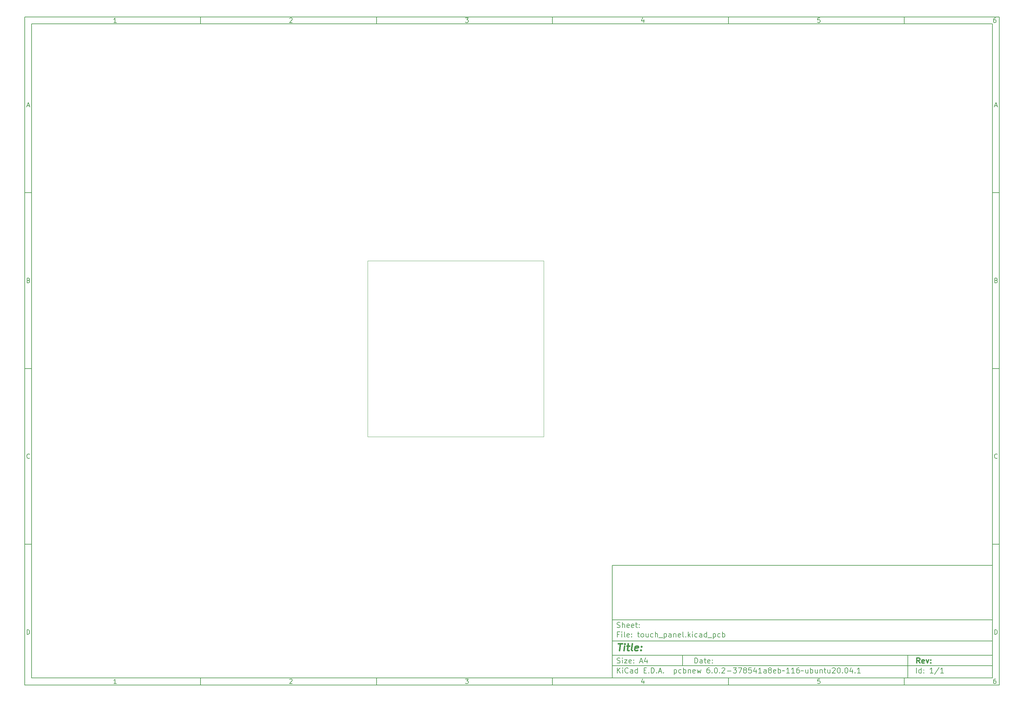
<source format=gbr>
%TF.GenerationSoftware,KiCad,Pcbnew,6.0.2-378541a8eb~116~ubuntu20.04.1*%
%TF.CreationDate,2022-03-13T21:59:15+03:30*%
%TF.ProjectId,touch_panel,746f7563-685f-4706-916e-656c2e6b6963,rev?*%
%TF.SameCoordinates,Original*%
%TF.FileFunction,Profile,NP*%
%FSLAX46Y46*%
G04 Gerber Fmt 4.6, Leading zero omitted, Abs format (unit mm)*
G04 Created by KiCad (PCBNEW 6.0.2-378541a8eb~116~ubuntu20.04.1) date 2022-03-13 21:59:15*
%MOMM*%
%LPD*%
G01*
G04 APERTURE LIST*
%ADD10C,0.100000*%
%ADD11C,0.150000*%
%ADD12C,0.300000*%
%ADD13C,0.400000*%
%TA.AperFunction,Profile*%
%ADD14C,0.100000*%
%TD*%
G04 APERTURE END LIST*
D10*
D11*
X177002200Y-166007200D02*
X177002200Y-198007200D01*
X285002200Y-198007200D01*
X285002200Y-166007200D01*
X177002200Y-166007200D01*
D10*
D11*
X10000000Y-10000000D02*
X10000000Y-200007200D01*
X287002200Y-200007200D01*
X287002200Y-10000000D01*
X10000000Y-10000000D01*
D10*
D11*
X12000000Y-12000000D02*
X12000000Y-198007200D01*
X285002200Y-198007200D01*
X285002200Y-12000000D01*
X12000000Y-12000000D01*
D10*
D11*
X60000000Y-12000000D02*
X60000000Y-10000000D01*
D10*
D11*
X110000000Y-12000000D02*
X110000000Y-10000000D01*
D10*
D11*
X160000000Y-12000000D02*
X160000000Y-10000000D01*
D10*
D11*
X210000000Y-12000000D02*
X210000000Y-10000000D01*
D10*
D11*
X260000000Y-12000000D02*
X260000000Y-10000000D01*
D10*
D11*
X36065476Y-11588095D02*
X35322619Y-11588095D01*
X35694047Y-11588095D02*
X35694047Y-10288095D01*
X35570238Y-10473809D01*
X35446428Y-10597619D01*
X35322619Y-10659523D01*
D10*
D11*
X85322619Y-10411904D02*
X85384523Y-10350000D01*
X85508333Y-10288095D01*
X85817857Y-10288095D01*
X85941666Y-10350000D01*
X86003571Y-10411904D01*
X86065476Y-10535714D01*
X86065476Y-10659523D01*
X86003571Y-10845238D01*
X85260714Y-11588095D01*
X86065476Y-11588095D01*
D10*
D11*
X135260714Y-10288095D02*
X136065476Y-10288095D01*
X135632142Y-10783333D01*
X135817857Y-10783333D01*
X135941666Y-10845238D01*
X136003571Y-10907142D01*
X136065476Y-11030952D01*
X136065476Y-11340476D01*
X136003571Y-11464285D01*
X135941666Y-11526190D01*
X135817857Y-11588095D01*
X135446428Y-11588095D01*
X135322619Y-11526190D01*
X135260714Y-11464285D01*
D10*
D11*
X185941666Y-10721428D02*
X185941666Y-11588095D01*
X185632142Y-10226190D02*
X185322619Y-11154761D01*
X186127380Y-11154761D01*
D10*
D11*
X236003571Y-10288095D02*
X235384523Y-10288095D01*
X235322619Y-10907142D01*
X235384523Y-10845238D01*
X235508333Y-10783333D01*
X235817857Y-10783333D01*
X235941666Y-10845238D01*
X236003571Y-10907142D01*
X236065476Y-11030952D01*
X236065476Y-11340476D01*
X236003571Y-11464285D01*
X235941666Y-11526190D01*
X235817857Y-11588095D01*
X235508333Y-11588095D01*
X235384523Y-11526190D01*
X235322619Y-11464285D01*
D10*
D11*
X285941666Y-10288095D02*
X285694047Y-10288095D01*
X285570238Y-10350000D01*
X285508333Y-10411904D01*
X285384523Y-10597619D01*
X285322619Y-10845238D01*
X285322619Y-11340476D01*
X285384523Y-11464285D01*
X285446428Y-11526190D01*
X285570238Y-11588095D01*
X285817857Y-11588095D01*
X285941666Y-11526190D01*
X286003571Y-11464285D01*
X286065476Y-11340476D01*
X286065476Y-11030952D01*
X286003571Y-10907142D01*
X285941666Y-10845238D01*
X285817857Y-10783333D01*
X285570238Y-10783333D01*
X285446428Y-10845238D01*
X285384523Y-10907142D01*
X285322619Y-11030952D01*
D10*
D11*
X60000000Y-198007200D02*
X60000000Y-200007200D01*
D10*
D11*
X110000000Y-198007200D02*
X110000000Y-200007200D01*
D10*
D11*
X160000000Y-198007200D02*
X160000000Y-200007200D01*
D10*
D11*
X210000000Y-198007200D02*
X210000000Y-200007200D01*
D10*
D11*
X260000000Y-198007200D02*
X260000000Y-200007200D01*
D10*
D11*
X36065476Y-199595295D02*
X35322619Y-199595295D01*
X35694047Y-199595295D02*
X35694047Y-198295295D01*
X35570238Y-198481009D01*
X35446428Y-198604819D01*
X35322619Y-198666723D01*
D10*
D11*
X85322619Y-198419104D02*
X85384523Y-198357200D01*
X85508333Y-198295295D01*
X85817857Y-198295295D01*
X85941666Y-198357200D01*
X86003571Y-198419104D01*
X86065476Y-198542914D01*
X86065476Y-198666723D01*
X86003571Y-198852438D01*
X85260714Y-199595295D01*
X86065476Y-199595295D01*
D10*
D11*
X135260714Y-198295295D02*
X136065476Y-198295295D01*
X135632142Y-198790533D01*
X135817857Y-198790533D01*
X135941666Y-198852438D01*
X136003571Y-198914342D01*
X136065476Y-199038152D01*
X136065476Y-199347676D01*
X136003571Y-199471485D01*
X135941666Y-199533390D01*
X135817857Y-199595295D01*
X135446428Y-199595295D01*
X135322619Y-199533390D01*
X135260714Y-199471485D01*
D10*
D11*
X185941666Y-198728628D02*
X185941666Y-199595295D01*
X185632142Y-198233390D02*
X185322619Y-199161961D01*
X186127380Y-199161961D01*
D10*
D11*
X236003571Y-198295295D02*
X235384523Y-198295295D01*
X235322619Y-198914342D01*
X235384523Y-198852438D01*
X235508333Y-198790533D01*
X235817857Y-198790533D01*
X235941666Y-198852438D01*
X236003571Y-198914342D01*
X236065476Y-199038152D01*
X236065476Y-199347676D01*
X236003571Y-199471485D01*
X235941666Y-199533390D01*
X235817857Y-199595295D01*
X235508333Y-199595295D01*
X235384523Y-199533390D01*
X235322619Y-199471485D01*
D10*
D11*
X285941666Y-198295295D02*
X285694047Y-198295295D01*
X285570238Y-198357200D01*
X285508333Y-198419104D01*
X285384523Y-198604819D01*
X285322619Y-198852438D01*
X285322619Y-199347676D01*
X285384523Y-199471485D01*
X285446428Y-199533390D01*
X285570238Y-199595295D01*
X285817857Y-199595295D01*
X285941666Y-199533390D01*
X286003571Y-199471485D01*
X286065476Y-199347676D01*
X286065476Y-199038152D01*
X286003571Y-198914342D01*
X285941666Y-198852438D01*
X285817857Y-198790533D01*
X285570238Y-198790533D01*
X285446428Y-198852438D01*
X285384523Y-198914342D01*
X285322619Y-199038152D01*
D10*
D11*
X10000000Y-60000000D02*
X12000000Y-60000000D01*
D10*
D11*
X10000000Y-110000000D02*
X12000000Y-110000000D01*
D10*
D11*
X10000000Y-160000000D02*
X12000000Y-160000000D01*
D10*
D11*
X10690476Y-35216666D02*
X11309523Y-35216666D01*
X10566666Y-35588095D02*
X11000000Y-34288095D01*
X11433333Y-35588095D01*
D10*
D11*
X11092857Y-84907142D02*
X11278571Y-84969047D01*
X11340476Y-85030952D01*
X11402380Y-85154761D01*
X11402380Y-85340476D01*
X11340476Y-85464285D01*
X11278571Y-85526190D01*
X11154761Y-85588095D01*
X10659523Y-85588095D01*
X10659523Y-84288095D01*
X11092857Y-84288095D01*
X11216666Y-84350000D01*
X11278571Y-84411904D01*
X11340476Y-84535714D01*
X11340476Y-84659523D01*
X11278571Y-84783333D01*
X11216666Y-84845238D01*
X11092857Y-84907142D01*
X10659523Y-84907142D01*
D10*
D11*
X11402380Y-135464285D02*
X11340476Y-135526190D01*
X11154761Y-135588095D01*
X11030952Y-135588095D01*
X10845238Y-135526190D01*
X10721428Y-135402380D01*
X10659523Y-135278571D01*
X10597619Y-135030952D01*
X10597619Y-134845238D01*
X10659523Y-134597619D01*
X10721428Y-134473809D01*
X10845238Y-134350000D01*
X11030952Y-134288095D01*
X11154761Y-134288095D01*
X11340476Y-134350000D01*
X11402380Y-134411904D01*
D10*
D11*
X10659523Y-185588095D02*
X10659523Y-184288095D01*
X10969047Y-184288095D01*
X11154761Y-184350000D01*
X11278571Y-184473809D01*
X11340476Y-184597619D01*
X11402380Y-184845238D01*
X11402380Y-185030952D01*
X11340476Y-185278571D01*
X11278571Y-185402380D01*
X11154761Y-185526190D01*
X10969047Y-185588095D01*
X10659523Y-185588095D01*
D10*
D11*
X287002200Y-60000000D02*
X285002200Y-60000000D01*
D10*
D11*
X287002200Y-110000000D02*
X285002200Y-110000000D01*
D10*
D11*
X287002200Y-160000000D02*
X285002200Y-160000000D01*
D10*
D11*
X285692676Y-35216666D02*
X286311723Y-35216666D01*
X285568866Y-35588095D02*
X286002200Y-34288095D01*
X286435533Y-35588095D01*
D10*
D11*
X286095057Y-84907142D02*
X286280771Y-84969047D01*
X286342676Y-85030952D01*
X286404580Y-85154761D01*
X286404580Y-85340476D01*
X286342676Y-85464285D01*
X286280771Y-85526190D01*
X286156961Y-85588095D01*
X285661723Y-85588095D01*
X285661723Y-84288095D01*
X286095057Y-84288095D01*
X286218866Y-84350000D01*
X286280771Y-84411904D01*
X286342676Y-84535714D01*
X286342676Y-84659523D01*
X286280771Y-84783333D01*
X286218866Y-84845238D01*
X286095057Y-84907142D01*
X285661723Y-84907142D01*
D10*
D11*
X286404580Y-135464285D02*
X286342676Y-135526190D01*
X286156961Y-135588095D01*
X286033152Y-135588095D01*
X285847438Y-135526190D01*
X285723628Y-135402380D01*
X285661723Y-135278571D01*
X285599819Y-135030952D01*
X285599819Y-134845238D01*
X285661723Y-134597619D01*
X285723628Y-134473809D01*
X285847438Y-134350000D01*
X286033152Y-134288095D01*
X286156961Y-134288095D01*
X286342676Y-134350000D01*
X286404580Y-134411904D01*
D10*
D11*
X285661723Y-185588095D02*
X285661723Y-184288095D01*
X285971247Y-184288095D01*
X286156961Y-184350000D01*
X286280771Y-184473809D01*
X286342676Y-184597619D01*
X286404580Y-184845238D01*
X286404580Y-185030952D01*
X286342676Y-185278571D01*
X286280771Y-185402380D01*
X286156961Y-185526190D01*
X285971247Y-185588095D01*
X285661723Y-185588095D01*
D10*
D11*
X200434342Y-193785771D02*
X200434342Y-192285771D01*
X200791485Y-192285771D01*
X201005771Y-192357200D01*
X201148628Y-192500057D01*
X201220057Y-192642914D01*
X201291485Y-192928628D01*
X201291485Y-193142914D01*
X201220057Y-193428628D01*
X201148628Y-193571485D01*
X201005771Y-193714342D01*
X200791485Y-193785771D01*
X200434342Y-193785771D01*
X202577200Y-193785771D02*
X202577200Y-193000057D01*
X202505771Y-192857200D01*
X202362914Y-192785771D01*
X202077200Y-192785771D01*
X201934342Y-192857200D01*
X202577200Y-193714342D02*
X202434342Y-193785771D01*
X202077200Y-193785771D01*
X201934342Y-193714342D01*
X201862914Y-193571485D01*
X201862914Y-193428628D01*
X201934342Y-193285771D01*
X202077200Y-193214342D01*
X202434342Y-193214342D01*
X202577200Y-193142914D01*
X203077200Y-192785771D02*
X203648628Y-192785771D01*
X203291485Y-192285771D02*
X203291485Y-193571485D01*
X203362914Y-193714342D01*
X203505771Y-193785771D01*
X203648628Y-193785771D01*
X204720057Y-193714342D02*
X204577200Y-193785771D01*
X204291485Y-193785771D01*
X204148628Y-193714342D01*
X204077200Y-193571485D01*
X204077200Y-193000057D01*
X204148628Y-192857200D01*
X204291485Y-192785771D01*
X204577200Y-192785771D01*
X204720057Y-192857200D01*
X204791485Y-193000057D01*
X204791485Y-193142914D01*
X204077200Y-193285771D01*
X205434342Y-193642914D02*
X205505771Y-193714342D01*
X205434342Y-193785771D01*
X205362914Y-193714342D01*
X205434342Y-193642914D01*
X205434342Y-193785771D01*
X205434342Y-192857200D02*
X205505771Y-192928628D01*
X205434342Y-193000057D01*
X205362914Y-192928628D01*
X205434342Y-192857200D01*
X205434342Y-193000057D01*
D10*
D11*
X177002200Y-194507200D02*
X285002200Y-194507200D01*
D10*
D11*
X178434342Y-196585771D02*
X178434342Y-195085771D01*
X179291485Y-196585771D02*
X178648628Y-195728628D01*
X179291485Y-195085771D02*
X178434342Y-195942914D01*
X179934342Y-196585771D02*
X179934342Y-195585771D01*
X179934342Y-195085771D02*
X179862914Y-195157200D01*
X179934342Y-195228628D01*
X180005771Y-195157200D01*
X179934342Y-195085771D01*
X179934342Y-195228628D01*
X181505771Y-196442914D02*
X181434342Y-196514342D01*
X181220057Y-196585771D01*
X181077200Y-196585771D01*
X180862914Y-196514342D01*
X180720057Y-196371485D01*
X180648628Y-196228628D01*
X180577200Y-195942914D01*
X180577200Y-195728628D01*
X180648628Y-195442914D01*
X180720057Y-195300057D01*
X180862914Y-195157200D01*
X181077200Y-195085771D01*
X181220057Y-195085771D01*
X181434342Y-195157200D01*
X181505771Y-195228628D01*
X182791485Y-196585771D02*
X182791485Y-195800057D01*
X182720057Y-195657200D01*
X182577200Y-195585771D01*
X182291485Y-195585771D01*
X182148628Y-195657200D01*
X182791485Y-196514342D02*
X182648628Y-196585771D01*
X182291485Y-196585771D01*
X182148628Y-196514342D01*
X182077200Y-196371485D01*
X182077200Y-196228628D01*
X182148628Y-196085771D01*
X182291485Y-196014342D01*
X182648628Y-196014342D01*
X182791485Y-195942914D01*
X184148628Y-196585771D02*
X184148628Y-195085771D01*
X184148628Y-196514342D02*
X184005771Y-196585771D01*
X183720057Y-196585771D01*
X183577200Y-196514342D01*
X183505771Y-196442914D01*
X183434342Y-196300057D01*
X183434342Y-195871485D01*
X183505771Y-195728628D01*
X183577200Y-195657200D01*
X183720057Y-195585771D01*
X184005771Y-195585771D01*
X184148628Y-195657200D01*
X186005771Y-195800057D02*
X186505771Y-195800057D01*
X186720057Y-196585771D02*
X186005771Y-196585771D01*
X186005771Y-195085771D01*
X186720057Y-195085771D01*
X187362914Y-196442914D02*
X187434342Y-196514342D01*
X187362914Y-196585771D01*
X187291485Y-196514342D01*
X187362914Y-196442914D01*
X187362914Y-196585771D01*
X188077200Y-196585771D02*
X188077200Y-195085771D01*
X188434342Y-195085771D01*
X188648628Y-195157200D01*
X188791485Y-195300057D01*
X188862914Y-195442914D01*
X188934342Y-195728628D01*
X188934342Y-195942914D01*
X188862914Y-196228628D01*
X188791485Y-196371485D01*
X188648628Y-196514342D01*
X188434342Y-196585771D01*
X188077200Y-196585771D01*
X189577200Y-196442914D02*
X189648628Y-196514342D01*
X189577200Y-196585771D01*
X189505771Y-196514342D01*
X189577200Y-196442914D01*
X189577200Y-196585771D01*
X190220057Y-196157200D02*
X190934342Y-196157200D01*
X190077200Y-196585771D02*
X190577200Y-195085771D01*
X191077200Y-196585771D01*
X191577200Y-196442914D02*
X191648628Y-196514342D01*
X191577200Y-196585771D01*
X191505771Y-196514342D01*
X191577200Y-196442914D01*
X191577200Y-196585771D01*
X194577200Y-195585771D02*
X194577200Y-197085771D01*
X194577200Y-195657200D02*
X194720057Y-195585771D01*
X195005771Y-195585771D01*
X195148628Y-195657200D01*
X195220057Y-195728628D01*
X195291485Y-195871485D01*
X195291485Y-196300057D01*
X195220057Y-196442914D01*
X195148628Y-196514342D01*
X195005771Y-196585771D01*
X194720057Y-196585771D01*
X194577200Y-196514342D01*
X196577200Y-196514342D02*
X196434342Y-196585771D01*
X196148628Y-196585771D01*
X196005771Y-196514342D01*
X195934342Y-196442914D01*
X195862914Y-196300057D01*
X195862914Y-195871485D01*
X195934342Y-195728628D01*
X196005771Y-195657200D01*
X196148628Y-195585771D01*
X196434342Y-195585771D01*
X196577200Y-195657200D01*
X197220057Y-196585771D02*
X197220057Y-195085771D01*
X197220057Y-195657200D02*
X197362914Y-195585771D01*
X197648628Y-195585771D01*
X197791485Y-195657200D01*
X197862914Y-195728628D01*
X197934342Y-195871485D01*
X197934342Y-196300057D01*
X197862914Y-196442914D01*
X197791485Y-196514342D01*
X197648628Y-196585771D01*
X197362914Y-196585771D01*
X197220057Y-196514342D01*
X198577200Y-195585771D02*
X198577200Y-196585771D01*
X198577200Y-195728628D02*
X198648628Y-195657200D01*
X198791485Y-195585771D01*
X199005771Y-195585771D01*
X199148628Y-195657200D01*
X199220057Y-195800057D01*
X199220057Y-196585771D01*
X200505771Y-196514342D02*
X200362914Y-196585771D01*
X200077200Y-196585771D01*
X199934342Y-196514342D01*
X199862914Y-196371485D01*
X199862914Y-195800057D01*
X199934342Y-195657200D01*
X200077200Y-195585771D01*
X200362914Y-195585771D01*
X200505771Y-195657200D01*
X200577200Y-195800057D01*
X200577200Y-195942914D01*
X199862914Y-196085771D01*
X201077200Y-195585771D02*
X201362914Y-196585771D01*
X201648628Y-195871485D01*
X201934342Y-196585771D01*
X202220057Y-195585771D01*
X204577200Y-195085771D02*
X204291485Y-195085771D01*
X204148628Y-195157200D01*
X204077200Y-195228628D01*
X203934342Y-195442914D01*
X203862914Y-195728628D01*
X203862914Y-196300057D01*
X203934342Y-196442914D01*
X204005771Y-196514342D01*
X204148628Y-196585771D01*
X204434342Y-196585771D01*
X204577200Y-196514342D01*
X204648628Y-196442914D01*
X204720057Y-196300057D01*
X204720057Y-195942914D01*
X204648628Y-195800057D01*
X204577200Y-195728628D01*
X204434342Y-195657200D01*
X204148628Y-195657200D01*
X204005771Y-195728628D01*
X203934342Y-195800057D01*
X203862914Y-195942914D01*
X205362914Y-196442914D02*
X205434342Y-196514342D01*
X205362914Y-196585771D01*
X205291485Y-196514342D01*
X205362914Y-196442914D01*
X205362914Y-196585771D01*
X206362914Y-195085771D02*
X206505771Y-195085771D01*
X206648628Y-195157200D01*
X206720057Y-195228628D01*
X206791485Y-195371485D01*
X206862914Y-195657200D01*
X206862914Y-196014342D01*
X206791485Y-196300057D01*
X206720057Y-196442914D01*
X206648628Y-196514342D01*
X206505771Y-196585771D01*
X206362914Y-196585771D01*
X206220057Y-196514342D01*
X206148628Y-196442914D01*
X206077200Y-196300057D01*
X206005771Y-196014342D01*
X206005771Y-195657200D01*
X206077200Y-195371485D01*
X206148628Y-195228628D01*
X206220057Y-195157200D01*
X206362914Y-195085771D01*
X207505771Y-196442914D02*
X207577200Y-196514342D01*
X207505771Y-196585771D01*
X207434342Y-196514342D01*
X207505771Y-196442914D01*
X207505771Y-196585771D01*
X208148628Y-195228628D02*
X208220057Y-195157200D01*
X208362914Y-195085771D01*
X208720057Y-195085771D01*
X208862914Y-195157200D01*
X208934342Y-195228628D01*
X209005771Y-195371485D01*
X209005771Y-195514342D01*
X208934342Y-195728628D01*
X208077200Y-196585771D01*
X209005771Y-196585771D01*
X209648628Y-196014342D02*
X210791485Y-196014342D01*
X211362914Y-195085771D02*
X212291485Y-195085771D01*
X211791485Y-195657200D01*
X212005771Y-195657200D01*
X212148628Y-195728628D01*
X212220057Y-195800057D01*
X212291485Y-195942914D01*
X212291485Y-196300057D01*
X212220057Y-196442914D01*
X212148628Y-196514342D01*
X212005771Y-196585771D01*
X211577200Y-196585771D01*
X211434342Y-196514342D01*
X211362914Y-196442914D01*
X212791485Y-195085771D02*
X213791485Y-195085771D01*
X213148628Y-196585771D01*
X214577200Y-195728628D02*
X214434342Y-195657200D01*
X214362914Y-195585771D01*
X214291485Y-195442914D01*
X214291485Y-195371485D01*
X214362914Y-195228628D01*
X214434342Y-195157200D01*
X214577200Y-195085771D01*
X214862914Y-195085771D01*
X215005771Y-195157200D01*
X215077200Y-195228628D01*
X215148628Y-195371485D01*
X215148628Y-195442914D01*
X215077200Y-195585771D01*
X215005771Y-195657200D01*
X214862914Y-195728628D01*
X214577200Y-195728628D01*
X214434342Y-195800057D01*
X214362914Y-195871485D01*
X214291485Y-196014342D01*
X214291485Y-196300057D01*
X214362914Y-196442914D01*
X214434342Y-196514342D01*
X214577200Y-196585771D01*
X214862914Y-196585771D01*
X215005771Y-196514342D01*
X215077200Y-196442914D01*
X215148628Y-196300057D01*
X215148628Y-196014342D01*
X215077200Y-195871485D01*
X215005771Y-195800057D01*
X214862914Y-195728628D01*
X216505771Y-195085771D02*
X215791485Y-195085771D01*
X215720057Y-195800057D01*
X215791485Y-195728628D01*
X215934342Y-195657200D01*
X216291485Y-195657200D01*
X216434342Y-195728628D01*
X216505771Y-195800057D01*
X216577200Y-195942914D01*
X216577200Y-196300057D01*
X216505771Y-196442914D01*
X216434342Y-196514342D01*
X216291485Y-196585771D01*
X215934342Y-196585771D01*
X215791485Y-196514342D01*
X215720057Y-196442914D01*
X217862914Y-195585771D02*
X217862914Y-196585771D01*
X217505771Y-195014342D02*
X217148628Y-196085771D01*
X218077200Y-196085771D01*
X219434342Y-196585771D02*
X218577200Y-196585771D01*
X219005771Y-196585771D02*
X219005771Y-195085771D01*
X218862914Y-195300057D01*
X218720057Y-195442914D01*
X218577200Y-195514342D01*
X220720057Y-196585771D02*
X220720057Y-195800057D01*
X220648628Y-195657200D01*
X220505771Y-195585771D01*
X220220057Y-195585771D01*
X220077200Y-195657200D01*
X220720057Y-196514342D02*
X220577200Y-196585771D01*
X220220057Y-196585771D01*
X220077200Y-196514342D01*
X220005771Y-196371485D01*
X220005771Y-196228628D01*
X220077200Y-196085771D01*
X220220057Y-196014342D01*
X220577200Y-196014342D01*
X220720057Y-195942914D01*
X221648628Y-195728628D02*
X221505771Y-195657200D01*
X221434342Y-195585771D01*
X221362914Y-195442914D01*
X221362914Y-195371485D01*
X221434342Y-195228628D01*
X221505771Y-195157200D01*
X221648628Y-195085771D01*
X221934342Y-195085771D01*
X222077200Y-195157200D01*
X222148628Y-195228628D01*
X222220057Y-195371485D01*
X222220057Y-195442914D01*
X222148628Y-195585771D01*
X222077200Y-195657200D01*
X221934342Y-195728628D01*
X221648628Y-195728628D01*
X221505771Y-195800057D01*
X221434342Y-195871485D01*
X221362914Y-196014342D01*
X221362914Y-196300057D01*
X221434342Y-196442914D01*
X221505771Y-196514342D01*
X221648628Y-196585771D01*
X221934342Y-196585771D01*
X222077200Y-196514342D01*
X222148628Y-196442914D01*
X222220057Y-196300057D01*
X222220057Y-196014342D01*
X222148628Y-195871485D01*
X222077200Y-195800057D01*
X221934342Y-195728628D01*
X223434342Y-196514342D02*
X223291485Y-196585771D01*
X223005771Y-196585771D01*
X222862914Y-196514342D01*
X222791485Y-196371485D01*
X222791485Y-195800057D01*
X222862914Y-195657200D01*
X223005771Y-195585771D01*
X223291485Y-195585771D01*
X223434342Y-195657200D01*
X223505771Y-195800057D01*
X223505771Y-195942914D01*
X222791485Y-196085771D01*
X224148628Y-196585771D02*
X224148628Y-195085771D01*
X224148628Y-195657200D02*
X224291485Y-195585771D01*
X224577199Y-195585771D01*
X224720057Y-195657200D01*
X224791485Y-195728628D01*
X224862914Y-195871485D01*
X224862914Y-196300057D01*
X224791485Y-196442914D01*
X224720057Y-196514342D01*
X224577199Y-196585771D01*
X224291485Y-196585771D01*
X224148628Y-196514342D01*
X225291485Y-196014342D02*
X225362914Y-195942914D01*
X225505771Y-195871485D01*
X225791485Y-196014342D01*
X225934342Y-195942914D01*
X226005771Y-195871485D01*
X227362914Y-196585771D02*
X226505771Y-196585771D01*
X226934342Y-196585771D02*
X226934342Y-195085771D01*
X226791485Y-195300057D01*
X226648628Y-195442914D01*
X226505771Y-195514342D01*
X228791485Y-196585771D02*
X227934342Y-196585771D01*
X228362914Y-196585771D02*
X228362914Y-195085771D01*
X228220057Y-195300057D01*
X228077199Y-195442914D01*
X227934342Y-195514342D01*
X230077199Y-195085771D02*
X229791485Y-195085771D01*
X229648628Y-195157200D01*
X229577199Y-195228628D01*
X229434342Y-195442914D01*
X229362914Y-195728628D01*
X229362914Y-196300057D01*
X229434342Y-196442914D01*
X229505771Y-196514342D01*
X229648628Y-196585771D01*
X229934342Y-196585771D01*
X230077199Y-196514342D01*
X230148628Y-196442914D01*
X230220057Y-196300057D01*
X230220057Y-195942914D01*
X230148628Y-195800057D01*
X230077199Y-195728628D01*
X229934342Y-195657200D01*
X229648628Y-195657200D01*
X229505771Y-195728628D01*
X229434342Y-195800057D01*
X229362914Y-195942914D01*
X230648628Y-196014342D02*
X230720057Y-195942914D01*
X230862914Y-195871485D01*
X231148628Y-196014342D01*
X231291485Y-195942914D01*
X231362914Y-195871485D01*
X232577199Y-195585771D02*
X232577199Y-196585771D01*
X231934342Y-195585771D02*
X231934342Y-196371485D01*
X232005771Y-196514342D01*
X232148628Y-196585771D01*
X232362914Y-196585771D01*
X232505771Y-196514342D01*
X232577199Y-196442914D01*
X233291485Y-196585771D02*
X233291485Y-195085771D01*
X233291485Y-195657200D02*
X233434342Y-195585771D01*
X233720057Y-195585771D01*
X233862914Y-195657200D01*
X233934342Y-195728628D01*
X234005771Y-195871485D01*
X234005771Y-196300057D01*
X233934342Y-196442914D01*
X233862914Y-196514342D01*
X233720057Y-196585771D01*
X233434342Y-196585771D01*
X233291485Y-196514342D01*
X235291485Y-195585771D02*
X235291485Y-196585771D01*
X234648628Y-195585771D02*
X234648628Y-196371485D01*
X234720057Y-196514342D01*
X234862914Y-196585771D01*
X235077199Y-196585771D01*
X235220057Y-196514342D01*
X235291485Y-196442914D01*
X236005771Y-195585771D02*
X236005771Y-196585771D01*
X236005771Y-195728628D02*
X236077199Y-195657200D01*
X236220057Y-195585771D01*
X236434342Y-195585771D01*
X236577199Y-195657200D01*
X236648628Y-195800057D01*
X236648628Y-196585771D01*
X237148628Y-195585771D02*
X237720057Y-195585771D01*
X237362914Y-195085771D02*
X237362914Y-196371485D01*
X237434342Y-196514342D01*
X237577200Y-196585771D01*
X237720057Y-196585771D01*
X238862914Y-195585771D02*
X238862914Y-196585771D01*
X238220057Y-195585771D02*
X238220057Y-196371485D01*
X238291485Y-196514342D01*
X238434342Y-196585771D01*
X238648628Y-196585771D01*
X238791485Y-196514342D01*
X238862914Y-196442914D01*
X239505771Y-195228628D02*
X239577200Y-195157200D01*
X239720057Y-195085771D01*
X240077200Y-195085771D01*
X240220057Y-195157200D01*
X240291485Y-195228628D01*
X240362914Y-195371485D01*
X240362914Y-195514342D01*
X240291485Y-195728628D01*
X239434342Y-196585771D01*
X240362914Y-196585771D01*
X241291485Y-195085771D02*
X241434342Y-195085771D01*
X241577199Y-195157200D01*
X241648628Y-195228628D01*
X241720057Y-195371485D01*
X241791485Y-195657200D01*
X241791485Y-196014342D01*
X241720057Y-196300057D01*
X241648628Y-196442914D01*
X241577199Y-196514342D01*
X241434342Y-196585771D01*
X241291485Y-196585771D01*
X241148628Y-196514342D01*
X241077199Y-196442914D01*
X241005771Y-196300057D01*
X240934342Y-196014342D01*
X240934342Y-195657200D01*
X241005771Y-195371485D01*
X241077199Y-195228628D01*
X241148628Y-195157200D01*
X241291485Y-195085771D01*
X242434342Y-196442914D02*
X242505771Y-196514342D01*
X242434342Y-196585771D01*
X242362914Y-196514342D01*
X242434342Y-196442914D01*
X242434342Y-196585771D01*
X243434342Y-195085771D02*
X243577199Y-195085771D01*
X243720057Y-195157200D01*
X243791485Y-195228628D01*
X243862914Y-195371485D01*
X243934342Y-195657200D01*
X243934342Y-196014342D01*
X243862914Y-196300057D01*
X243791485Y-196442914D01*
X243720057Y-196514342D01*
X243577199Y-196585771D01*
X243434342Y-196585771D01*
X243291485Y-196514342D01*
X243220057Y-196442914D01*
X243148628Y-196300057D01*
X243077199Y-196014342D01*
X243077199Y-195657200D01*
X243148628Y-195371485D01*
X243220057Y-195228628D01*
X243291485Y-195157200D01*
X243434342Y-195085771D01*
X245220057Y-195585771D02*
X245220057Y-196585771D01*
X244862914Y-195014342D02*
X244505771Y-196085771D01*
X245434342Y-196085771D01*
X246005771Y-196442914D02*
X246077200Y-196514342D01*
X246005771Y-196585771D01*
X245934342Y-196514342D01*
X246005771Y-196442914D01*
X246005771Y-196585771D01*
X247505771Y-196585771D02*
X246648628Y-196585771D01*
X247077200Y-196585771D02*
X247077200Y-195085771D01*
X246934342Y-195300057D01*
X246791485Y-195442914D01*
X246648628Y-195514342D01*
D10*
D11*
X177002200Y-191507200D02*
X285002200Y-191507200D01*
D10*
D12*
X264411485Y-193785771D02*
X263911485Y-193071485D01*
X263554342Y-193785771D02*
X263554342Y-192285771D01*
X264125771Y-192285771D01*
X264268628Y-192357200D01*
X264340057Y-192428628D01*
X264411485Y-192571485D01*
X264411485Y-192785771D01*
X264340057Y-192928628D01*
X264268628Y-193000057D01*
X264125771Y-193071485D01*
X263554342Y-193071485D01*
X265625771Y-193714342D02*
X265482914Y-193785771D01*
X265197200Y-193785771D01*
X265054342Y-193714342D01*
X264982914Y-193571485D01*
X264982914Y-193000057D01*
X265054342Y-192857200D01*
X265197200Y-192785771D01*
X265482914Y-192785771D01*
X265625771Y-192857200D01*
X265697200Y-193000057D01*
X265697200Y-193142914D01*
X264982914Y-193285771D01*
X266197200Y-192785771D02*
X266554342Y-193785771D01*
X266911485Y-192785771D01*
X267482914Y-193642914D02*
X267554342Y-193714342D01*
X267482914Y-193785771D01*
X267411485Y-193714342D01*
X267482914Y-193642914D01*
X267482914Y-193785771D01*
X267482914Y-192857200D02*
X267554342Y-192928628D01*
X267482914Y-193000057D01*
X267411485Y-192928628D01*
X267482914Y-192857200D01*
X267482914Y-193000057D01*
D10*
D11*
X178362914Y-193714342D02*
X178577200Y-193785771D01*
X178934342Y-193785771D01*
X179077200Y-193714342D01*
X179148628Y-193642914D01*
X179220057Y-193500057D01*
X179220057Y-193357200D01*
X179148628Y-193214342D01*
X179077200Y-193142914D01*
X178934342Y-193071485D01*
X178648628Y-193000057D01*
X178505771Y-192928628D01*
X178434342Y-192857200D01*
X178362914Y-192714342D01*
X178362914Y-192571485D01*
X178434342Y-192428628D01*
X178505771Y-192357200D01*
X178648628Y-192285771D01*
X179005771Y-192285771D01*
X179220057Y-192357200D01*
X179862914Y-193785771D02*
X179862914Y-192785771D01*
X179862914Y-192285771D02*
X179791485Y-192357200D01*
X179862914Y-192428628D01*
X179934342Y-192357200D01*
X179862914Y-192285771D01*
X179862914Y-192428628D01*
X180434342Y-192785771D02*
X181220057Y-192785771D01*
X180434342Y-193785771D01*
X181220057Y-193785771D01*
X182362914Y-193714342D02*
X182220057Y-193785771D01*
X181934342Y-193785771D01*
X181791485Y-193714342D01*
X181720057Y-193571485D01*
X181720057Y-193000057D01*
X181791485Y-192857200D01*
X181934342Y-192785771D01*
X182220057Y-192785771D01*
X182362914Y-192857200D01*
X182434342Y-193000057D01*
X182434342Y-193142914D01*
X181720057Y-193285771D01*
X183077200Y-193642914D02*
X183148628Y-193714342D01*
X183077200Y-193785771D01*
X183005771Y-193714342D01*
X183077200Y-193642914D01*
X183077200Y-193785771D01*
X183077200Y-192857200D02*
X183148628Y-192928628D01*
X183077200Y-193000057D01*
X183005771Y-192928628D01*
X183077200Y-192857200D01*
X183077200Y-193000057D01*
X184862914Y-193357200D02*
X185577200Y-193357200D01*
X184720057Y-193785771D02*
X185220057Y-192285771D01*
X185720057Y-193785771D01*
X186862914Y-192785771D02*
X186862914Y-193785771D01*
X186505771Y-192214342D02*
X186148628Y-193285771D01*
X187077200Y-193285771D01*
D10*
D11*
X263434342Y-196585771D02*
X263434342Y-195085771D01*
X264791485Y-196585771D02*
X264791485Y-195085771D01*
X264791485Y-196514342D02*
X264648628Y-196585771D01*
X264362914Y-196585771D01*
X264220057Y-196514342D01*
X264148628Y-196442914D01*
X264077200Y-196300057D01*
X264077200Y-195871485D01*
X264148628Y-195728628D01*
X264220057Y-195657200D01*
X264362914Y-195585771D01*
X264648628Y-195585771D01*
X264791485Y-195657200D01*
X265505771Y-196442914D02*
X265577200Y-196514342D01*
X265505771Y-196585771D01*
X265434342Y-196514342D01*
X265505771Y-196442914D01*
X265505771Y-196585771D01*
X265505771Y-195657200D02*
X265577200Y-195728628D01*
X265505771Y-195800057D01*
X265434342Y-195728628D01*
X265505771Y-195657200D01*
X265505771Y-195800057D01*
X268148628Y-196585771D02*
X267291485Y-196585771D01*
X267720057Y-196585771D02*
X267720057Y-195085771D01*
X267577200Y-195300057D01*
X267434342Y-195442914D01*
X267291485Y-195514342D01*
X269862914Y-195014342D02*
X268577200Y-196942914D01*
X271148628Y-196585771D02*
X270291485Y-196585771D01*
X270720057Y-196585771D02*
X270720057Y-195085771D01*
X270577200Y-195300057D01*
X270434342Y-195442914D01*
X270291485Y-195514342D01*
D10*
D11*
X177002200Y-187507200D02*
X285002200Y-187507200D01*
D10*
D13*
X178714580Y-188211961D02*
X179857438Y-188211961D01*
X179036009Y-190211961D02*
X179286009Y-188211961D01*
X180274104Y-190211961D02*
X180440771Y-188878628D01*
X180524104Y-188211961D02*
X180416961Y-188307200D01*
X180500295Y-188402438D01*
X180607438Y-188307200D01*
X180524104Y-188211961D01*
X180500295Y-188402438D01*
X181107438Y-188878628D02*
X181869342Y-188878628D01*
X181476485Y-188211961D02*
X181262200Y-189926247D01*
X181333628Y-190116723D01*
X181512200Y-190211961D01*
X181702676Y-190211961D01*
X182655057Y-190211961D02*
X182476485Y-190116723D01*
X182405057Y-189926247D01*
X182619342Y-188211961D01*
X184190771Y-190116723D02*
X183988390Y-190211961D01*
X183607438Y-190211961D01*
X183428866Y-190116723D01*
X183357438Y-189926247D01*
X183452676Y-189164342D01*
X183571723Y-188973866D01*
X183774104Y-188878628D01*
X184155057Y-188878628D01*
X184333628Y-188973866D01*
X184405057Y-189164342D01*
X184381247Y-189354819D01*
X183405057Y-189545295D01*
X185155057Y-190021485D02*
X185238390Y-190116723D01*
X185131247Y-190211961D01*
X185047914Y-190116723D01*
X185155057Y-190021485D01*
X185131247Y-190211961D01*
X185286009Y-188973866D02*
X185369342Y-189069104D01*
X185262200Y-189164342D01*
X185178866Y-189069104D01*
X185286009Y-188973866D01*
X185262200Y-189164342D01*
D10*
D11*
X178934342Y-185600057D02*
X178434342Y-185600057D01*
X178434342Y-186385771D02*
X178434342Y-184885771D01*
X179148628Y-184885771D01*
X179720057Y-186385771D02*
X179720057Y-185385771D01*
X179720057Y-184885771D02*
X179648628Y-184957200D01*
X179720057Y-185028628D01*
X179791485Y-184957200D01*
X179720057Y-184885771D01*
X179720057Y-185028628D01*
X180648628Y-186385771D02*
X180505771Y-186314342D01*
X180434342Y-186171485D01*
X180434342Y-184885771D01*
X181791485Y-186314342D02*
X181648628Y-186385771D01*
X181362914Y-186385771D01*
X181220057Y-186314342D01*
X181148628Y-186171485D01*
X181148628Y-185600057D01*
X181220057Y-185457200D01*
X181362914Y-185385771D01*
X181648628Y-185385771D01*
X181791485Y-185457200D01*
X181862914Y-185600057D01*
X181862914Y-185742914D01*
X181148628Y-185885771D01*
X182505771Y-186242914D02*
X182577200Y-186314342D01*
X182505771Y-186385771D01*
X182434342Y-186314342D01*
X182505771Y-186242914D01*
X182505771Y-186385771D01*
X182505771Y-185457200D02*
X182577200Y-185528628D01*
X182505771Y-185600057D01*
X182434342Y-185528628D01*
X182505771Y-185457200D01*
X182505771Y-185600057D01*
X184148628Y-185385771D02*
X184720057Y-185385771D01*
X184362914Y-184885771D02*
X184362914Y-186171485D01*
X184434342Y-186314342D01*
X184577200Y-186385771D01*
X184720057Y-186385771D01*
X185434342Y-186385771D02*
X185291485Y-186314342D01*
X185220057Y-186242914D01*
X185148628Y-186100057D01*
X185148628Y-185671485D01*
X185220057Y-185528628D01*
X185291485Y-185457200D01*
X185434342Y-185385771D01*
X185648628Y-185385771D01*
X185791485Y-185457200D01*
X185862914Y-185528628D01*
X185934342Y-185671485D01*
X185934342Y-186100057D01*
X185862914Y-186242914D01*
X185791485Y-186314342D01*
X185648628Y-186385771D01*
X185434342Y-186385771D01*
X187220057Y-185385771D02*
X187220057Y-186385771D01*
X186577200Y-185385771D02*
X186577200Y-186171485D01*
X186648628Y-186314342D01*
X186791485Y-186385771D01*
X187005771Y-186385771D01*
X187148628Y-186314342D01*
X187220057Y-186242914D01*
X188577200Y-186314342D02*
X188434342Y-186385771D01*
X188148628Y-186385771D01*
X188005771Y-186314342D01*
X187934342Y-186242914D01*
X187862914Y-186100057D01*
X187862914Y-185671485D01*
X187934342Y-185528628D01*
X188005771Y-185457200D01*
X188148628Y-185385771D01*
X188434342Y-185385771D01*
X188577200Y-185457200D01*
X189220057Y-186385771D02*
X189220057Y-184885771D01*
X189862914Y-186385771D02*
X189862914Y-185600057D01*
X189791485Y-185457200D01*
X189648628Y-185385771D01*
X189434342Y-185385771D01*
X189291485Y-185457200D01*
X189220057Y-185528628D01*
X190220057Y-186528628D02*
X191362914Y-186528628D01*
X191720057Y-185385771D02*
X191720057Y-186885771D01*
X191720057Y-185457200D02*
X191862914Y-185385771D01*
X192148628Y-185385771D01*
X192291485Y-185457200D01*
X192362914Y-185528628D01*
X192434342Y-185671485D01*
X192434342Y-186100057D01*
X192362914Y-186242914D01*
X192291485Y-186314342D01*
X192148628Y-186385771D01*
X191862914Y-186385771D01*
X191720057Y-186314342D01*
X193720057Y-186385771D02*
X193720057Y-185600057D01*
X193648628Y-185457200D01*
X193505771Y-185385771D01*
X193220057Y-185385771D01*
X193077200Y-185457200D01*
X193720057Y-186314342D02*
X193577200Y-186385771D01*
X193220057Y-186385771D01*
X193077200Y-186314342D01*
X193005771Y-186171485D01*
X193005771Y-186028628D01*
X193077200Y-185885771D01*
X193220057Y-185814342D01*
X193577200Y-185814342D01*
X193720057Y-185742914D01*
X194434342Y-185385771D02*
X194434342Y-186385771D01*
X194434342Y-185528628D02*
X194505771Y-185457200D01*
X194648628Y-185385771D01*
X194862914Y-185385771D01*
X195005771Y-185457200D01*
X195077200Y-185600057D01*
X195077200Y-186385771D01*
X196362914Y-186314342D02*
X196220057Y-186385771D01*
X195934342Y-186385771D01*
X195791485Y-186314342D01*
X195720057Y-186171485D01*
X195720057Y-185600057D01*
X195791485Y-185457200D01*
X195934342Y-185385771D01*
X196220057Y-185385771D01*
X196362914Y-185457200D01*
X196434342Y-185600057D01*
X196434342Y-185742914D01*
X195720057Y-185885771D01*
X197291485Y-186385771D02*
X197148628Y-186314342D01*
X197077200Y-186171485D01*
X197077200Y-184885771D01*
X197862914Y-186242914D02*
X197934342Y-186314342D01*
X197862914Y-186385771D01*
X197791485Y-186314342D01*
X197862914Y-186242914D01*
X197862914Y-186385771D01*
X198577200Y-186385771D02*
X198577200Y-184885771D01*
X198720057Y-185814342D02*
X199148628Y-186385771D01*
X199148628Y-185385771D02*
X198577200Y-185957200D01*
X199791485Y-186385771D02*
X199791485Y-185385771D01*
X199791485Y-184885771D02*
X199720057Y-184957200D01*
X199791485Y-185028628D01*
X199862914Y-184957200D01*
X199791485Y-184885771D01*
X199791485Y-185028628D01*
X201148628Y-186314342D02*
X201005771Y-186385771D01*
X200720057Y-186385771D01*
X200577200Y-186314342D01*
X200505771Y-186242914D01*
X200434342Y-186100057D01*
X200434342Y-185671485D01*
X200505771Y-185528628D01*
X200577200Y-185457200D01*
X200720057Y-185385771D01*
X201005771Y-185385771D01*
X201148628Y-185457200D01*
X202434342Y-186385771D02*
X202434342Y-185600057D01*
X202362914Y-185457200D01*
X202220057Y-185385771D01*
X201934342Y-185385771D01*
X201791485Y-185457200D01*
X202434342Y-186314342D02*
X202291485Y-186385771D01*
X201934342Y-186385771D01*
X201791485Y-186314342D01*
X201720057Y-186171485D01*
X201720057Y-186028628D01*
X201791485Y-185885771D01*
X201934342Y-185814342D01*
X202291485Y-185814342D01*
X202434342Y-185742914D01*
X203791485Y-186385771D02*
X203791485Y-184885771D01*
X203791485Y-186314342D02*
X203648628Y-186385771D01*
X203362914Y-186385771D01*
X203220057Y-186314342D01*
X203148628Y-186242914D01*
X203077200Y-186100057D01*
X203077200Y-185671485D01*
X203148628Y-185528628D01*
X203220057Y-185457200D01*
X203362914Y-185385771D01*
X203648628Y-185385771D01*
X203791485Y-185457200D01*
X204148628Y-186528628D02*
X205291485Y-186528628D01*
X205648628Y-185385771D02*
X205648628Y-186885771D01*
X205648628Y-185457200D02*
X205791485Y-185385771D01*
X206077200Y-185385771D01*
X206220057Y-185457200D01*
X206291485Y-185528628D01*
X206362914Y-185671485D01*
X206362914Y-186100057D01*
X206291485Y-186242914D01*
X206220057Y-186314342D01*
X206077200Y-186385771D01*
X205791485Y-186385771D01*
X205648628Y-186314342D01*
X207648628Y-186314342D02*
X207505771Y-186385771D01*
X207220057Y-186385771D01*
X207077200Y-186314342D01*
X207005771Y-186242914D01*
X206934342Y-186100057D01*
X206934342Y-185671485D01*
X207005771Y-185528628D01*
X207077200Y-185457200D01*
X207220057Y-185385771D01*
X207505771Y-185385771D01*
X207648628Y-185457200D01*
X208291485Y-186385771D02*
X208291485Y-184885771D01*
X208291485Y-185457200D02*
X208434342Y-185385771D01*
X208720057Y-185385771D01*
X208862914Y-185457200D01*
X208934342Y-185528628D01*
X209005771Y-185671485D01*
X209005771Y-186100057D01*
X208934342Y-186242914D01*
X208862914Y-186314342D01*
X208720057Y-186385771D01*
X208434342Y-186385771D01*
X208291485Y-186314342D01*
D10*
D11*
X177002200Y-181507200D02*
X285002200Y-181507200D01*
D10*
D11*
X178362914Y-183614342D02*
X178577200Y-183685771D01*
X178934342Y-183685771D01*
X179077200Y-183614342D01*
X179148628Y-183542914D01*
X179220057Y-183400057D01*
X179220057Y-183257200D01*
X179148628Y-183114342D01*
X179077200Y-183042914D01*
X178934342Y-182971485D01*
X178648628Y-182900057D01*
X178505771Y-182828628D01*
X178434342Y-182757200D01*
X178362914Y-182614342D01*
X178362914Y-182471485D01*
X178434342Y-182328628D01*
X178505771Y-182257200D01*
X178648628Y-182185771D01*
X179005771Y-182185771D01*
X179220057Y-182257200D01*
X179862914Y-183685771D02*
X179862914Y-182185771D01*
X180505771Y-183685771D02*
X180505771Y-182900057D01*
X180434342Y-182757200D01*
X180291485Y-182685771D01*
X180077200Y-182685771D01*
X179934342Y-182757200D01*
X179862914Y-182828628D01*
X181791485Y-183614342D02*
X181648628Y-183685771D01*
X181362914Y-183685771D01*
X181220057Y-183614342D01*
X181148628Y-183471485D01*
X181148628Y-182900057D01*
X181220057Y-182757200D01*
X181362914Y-182685771D01*
X181648628Y-182685771D01*
X181791485Y-182757200D01*
X181862914Y-182900057D01*
X181862914Y-183042914D01*
X181148628Y-183185771D01*
X183077200Y-183614342D02*
X182934342Y-183685771D01*
X182648628Y-183685771D01*
X182505771Y-183614342D01*
X182434342Y-183471485D01*
X182434342Y-182900057D01*
X182505771Y-182757200D01*
X182648628Y-182685771D01*
X182934342Y-182685771D01*
X183077200Y-182757200D01*
X183148628Y-182900057D01*
X183148628Y-183042914D01*
X182434342Y-183185771D01*
X183577200Y-182685771D02*
X184148628Y-182685771D01*
X183791485Y-182185771D02*
X183791485Y-183471485D01*
X183862914Y-183614342D01*
X184005771Y-183685771D01*
X184148628Y-183685771D01*
X184648628Y-183542914D02*
X184720057Y-183614342D01*
X184648628Y-183685771D01*
X184577200Y-183614342D01*
X184648628Y-183542914D01*
X184648628Y-183685771D01*
X184648628Y-182757200D02*
X184720057Y-182828628D01*
X184648628Y-182900057D01*
X184577200Y-182828628D01*
X184648628Y-182757200D01*
X184648628Y-182900057D01*
D10*
D12*
D10*
D11*
D10*
D11*
D10*
D11*
D10*
D11*
D10*
D11*
X197002200Y-191507200D02*
X197002200Y-194507200D01*
D10*
D11*
X261002200Y-191507200D02*
X261002200Y-198007200D01*
D14*
X107500000Y-79400000D02*
X157500000Y-79400000D01*
X157500000Y-79400000D02*
X157500000Y-129400000D01*
X157500000Y-129400000D02*
X107500000Y-129400000D01*
X107500000Y-129400000D02*
X107500000Y-79400000D01*
M02*

</source>
